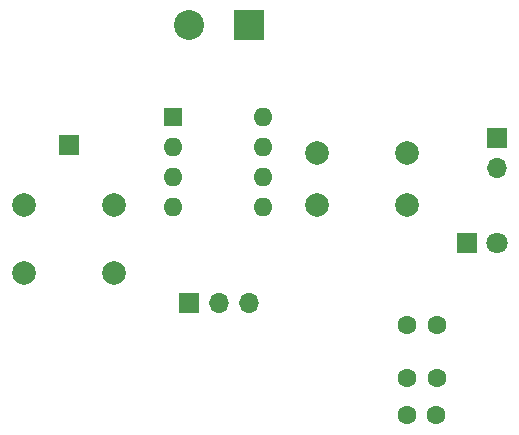
<source format=gbr>
%TF.GenerationSoftware,KiCad,Pcbnew,(5.1.6)-1*%
%TF.CreationDate,2020-09-07T11:58:55+05:30*%
%TF.ProjectId,using lm358,7573696e-6720-46c6-9d33-35382e6b6963,rev?*%
%TF.SameCoordinates,Original*%
%TF.FileFunction,Copper,L1,Top*%
%TF.FilePolarity,Positive*%
%FSLAX46Y46*%
G04 Gerber Fmt 4.6, Leading zero omitted, Abs format (unit mm)*
G04 Created by KiCad (PCBNEW (5.1.6)-1) date 2020-09-07 11:58:55*
%MOMM*%
%LPD*%
G01*
G04 APERTURE LIST*
%TA.AperFunction,ComponentPad*%
%ADD10C,1.600000*%
%TD*%
%TA.AperFunction,ComponentPad*%
%ADD11R,1.800000X1.800000*%
%TD*%
%TA.AperFunction,ComponentPad*%
%ADD12C,1.800000*%
%TD*%
%TA.AperFunction,ComponentPad*%
%ADD13R,2.540000X2.540000*%
%TD*%
%TA.AperFunction,ComponentPad*%
%ADD14C,2.540000*%
%TD*%
%TA.AperFunction,ComponentPad*%
%ADD15R,1.700000X1.700000*%
%TD*%
%TA.AperFunction,ComponentPad*%
%ADD16O,1.700000X1.700000*%
%TD*%
%TA.AperFunction,ComponentPad*%
%ADD17C,1.998980*%
%TD*%
%TA.AperFunction,ComponentPad*%
%ADD18R,1.600000X1.600000*%
%TD*%
%TA.AperFunction,ComponentPad*%
%ADD19O,1.600000X1.600000*%
%TD*%
G04 APERTURE END LIST*
D10*
%TO.P,C1,1*%
%TO.N,Net-(C1-Pad1)*%
X184785000Y-123190000D03*
%TO.P,C1,2*%
%TO.N,Net-(C1-Pad2)*%
X182285000Y-123190000D03*
%TD*%
%TO.P,C2,1*%
%TO.N,Net-(C1-Pad1)*%
X184785000Y-118745000D03*
%TO.P,C2,2*%
%TO.N,Net-(C2-Pad2)*%
X182285000Y-118745000D03*
%TD*%
%TO.P,C3,1*%
%TO.N,Net-(C3-Pad1)*%
X182245000Y-126365000D03*
%TO.P,C3,2*%
%TO.N,Net-(C1-Pad2)*%
X184745000Y-126365000D03*
%TD*%
D11*
%TO.P,D1,1*%
%TO.N,Net-(D1-Pad1)*%
X187325000Y-111760000D03*
D12*
%TO.P,D1,2*%
%TO.N,Net-(D1-Pad2)*%
X189865000Y-111760000D03*
%TD*%
D13*
%TO.P,J1,1*%
%TO.N,Net-(D1-Pad2)*%
X168910000Y-93345000D03*
D14*
%TO.P,J1,2*%
%TO.N,Net-(C1-Pad2)*%
X163830000Y-93345000D03*
%TD*%
D15*
%TO.P,LS1,1*%
%TO.N,Net-(LS1-Pad1)*%
X189865000Y-102870000D03*
D16*
%TO.P,LS1,2*%
%TO.N,Net-(D1-Pad2)*%
X189865000Y-105410000D03*
%TD*%
D15*
%TO.P,P1,1*%
%TO.N,Net-(C2-Pad2)*%
X153670000Y-103505000D03*
%TD*%
%TO.P,P2,1*%
%TO.N,Net-(D1-Pad2)*%
X163830000Y-116840000D03*
D16*
%TO.P,P2,2*%
%TO.N,Net-(C3-Pad1)*%
X166370000Y-116840000D03*
%TO.P,P2,3*%
%TO.N,Net-(C1-Pad2)*%
X168910000Y-116840000D03*
%TD*%
D17*
%TO.P,R1,1*%
%TO.N,Net-(D1-Pad2)*%
X157480000Y-114300000D03*
%TO.P,R1,2*%
%TO.N,Net-(C1-Pad1)*%
X149860000Y-114300000D03*
%TD*%
%TO.P,R2,1*%
%TO.N,Net-(C1-Pad1)*%
X149860000Y-108585000D03*
%TO.P,R2,2*%
%TO.N,Net-(C1-Pad2)*%
X157480000Y-108585000D03*
%TD*%
%TO.P,R3,1*%
%TO.N,Net-(R3-Pad1)*%
X174625000Y-108585000D03*
%TO.P,R3,2*%
%TO.N,Net-(C2-Pad2)*%
X182245000Y-108585000D03*
%TD*%
%TO.P,R4,1*%
%TO.N,Net-(D1-Pad1)*%
X182245000Y-104140000D03*
%TO.P,R4,2*%
%TO.N,Net-(LS1-Pad1)*%
X174625000Y-104140000D03*
%TD*%
D18*
%TO.P,U1,1*%
%TO.N,Net-(R3-Pad1)*%
X162430001Y-101095000D03*
D19*
%TO.P,U1,5*%
X170050001Y-108715000D03*
%TO.P,U1,2*%
%TO.N,Net-(C2-Pad2)*%
X162430001Y-103635000D03*
%TO.P,U1,6*%
%TO.N,Net-(C3-Pad1)*%
X170050001Y-106175000D03*
%TO.P,U1,3*%
%TO.N,Net-(C1-Pad1)*%
X162430001Y-106175000D03*
%TO.P,U1,7*%
%TO.N,Net-(LS1-Pad1)*%
X170050001Y-103635000D03*
%TO.P,U1,4*%
%TO.N,Net-(C1-Pad2)*%
X162430001Y-108715000D03*
%TO.P,U1,8*%
%TO.N,Net-(D1-Pad2)*%
X170050001Y-101095000D03*
%TD*%
M02*

</source>
